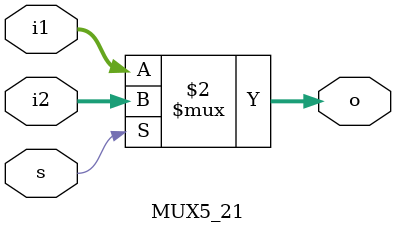
<source format=v>
module MUX5_21(
    input [4:0] i1,
    input [4:0] i2,
    input s,
    output [4:0] o
);
    assign o = (s == 1'b0) ? i1 : i2;
endmodule

</source>
